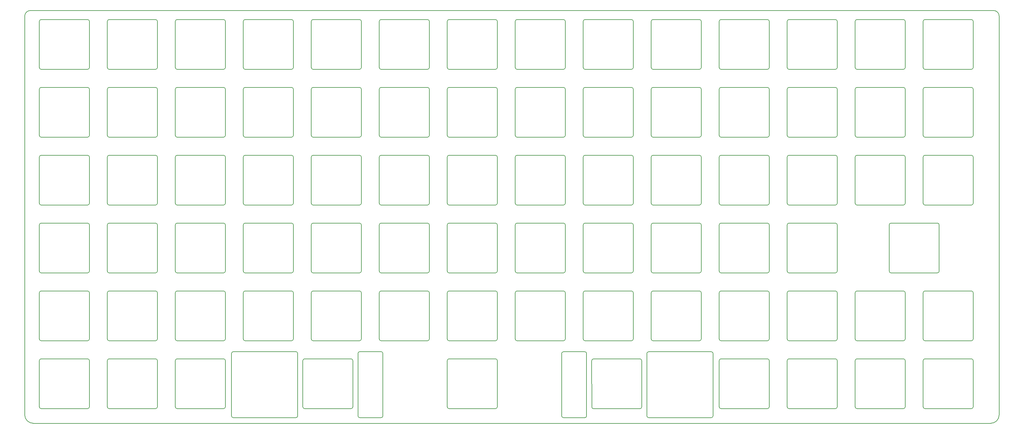
<source format=gbr>
G04 #@! TF.GenerationSoftware,KiCad,Pcbnew,5.1.9-73d0e3b20d~88~ubuntu18.04.1*
G04 #@! TF.CreationDate,2021-04-10T14:04:20-05:00*
G04 #@! TF.ProjectId,positron_plate,706f7369-7472-46f6-9e5f-706c6174652e,rev?*
G04 #@! TF.SameCoordinates,Original*
G04 #@! TF.FileFunction,Profile,NP*
%FSLAX46Y46*%
G04 Gerber Fmt 4.6, Leading zero omitted, Abs format (unit mm)*
G04 Created by KiCad (PCBNEW 5.1.9-73d0e3b20d~88~ubuntu18.04.1) date 2021-04-10 14:04:20*
%MOMM*%
%LPD*%
G01*
G04 APERTURE LIST*
G04 #@! TA.AperFunction,Profile*
%ADD10C,0.200000*%
G04 #@! TD*
G04 APERTURE END LIST*
D10*
X187965000Y-172117500D02*
G75*
G02*
X187465000Y-171617500I0J500000D01*
G01*
X187965000Y-172117500D02*
X200958750Y-172117500D01*
X187458750Y-158617500D02*
X187465000Y-171617500D01*
X202896750Y-156617500D02*
G75*
G02*
X203396750Y-156117500I500000J0D01*
G01*
X221456250Y-174125000D02*
X221456250Y-156617500D01*
X220956250Y-156117500D02*
X203396750Y-156117500D01*
X186020750Y-174125000D02*
X186020750Y-156617500D01*
X220956250Y-174625000D02*
X203396750Y-174625000D01*
X185520750Y-174625000D02*
X179520750Y-174625000D01*
X185520750Y-156117500D02*
X179520750Y-156117500D01*
X202896750Y-174125000D02*
X202896750Y-156617500D01*
X186020750Y-174125000D02*
G75*
G02*
X185520750Y-174625000I-500000J0D01*
G01*
X220956250Y-156117500D02*
G75*
G02*
X221456250Y-156617500I0J-500000D01*
G01*
X203396750Y-174625000D02*
G75*
G02*
X202896750Y-174125000I0J500000D01*
G01*
X179520750Y-174625000D02*
G75*
G02*
X179020750Y-174125000I0J500000D01*
G01*
X185520750Y-156117500D02*
G75*
G02*
X186020750Y-156617500I0J-500000D01*
G01*
X179020750Y-156617500D02*
G75*
G02*
X179520750Y-156117500I500000J0D01*
G01*
X179020750Y-174125000D02*
X179020750Y-156617500D01*
X221456250Y-174125000D02*
G75*
G02*
X220956250Y-174625000I-500000J0D01*
G01*
X121941750Y-156597500D02*
G75*
G02*
X122441750Y-156097500I500000J0D01*
G01*
X128941750Y-174125000D02*
X128941750Y-156597500D01*
X128441750Y-156097500D02*
X122441750Y-156097500D01*
X105065750Y-174125000D02*
X105065750Y-156597500D01*
X128441750Y-174625000D02*
X122441750Y-174625000D01*
X104565750Y-174625000D02*
X87018750Y-174625000D01*
X104565750Y-156097500D02*
X87018750Y-156097500D01*
X121941750Y-174125000D02*
X121941750Y-156597500D01*
X105065750Y-174125000D02*
G75*
G02*
X104565750Y-174625000I-500000J0D01*
G01*
X128441750Y-156097500D02*
G75*
G02*
X128941750Y-156597500I0J-500000D01*
G01*
X122441750Y-174625000D02*
G75*
G02*
X121941750Y-174125000I0J500000D01*
G01*
X87018750Y-174625000D02*
G75*
G02*
X86518750Y-174125000I0J500000D01*
G01*
X104565750Y-156097500D02*
G75*
G02*
X105065750Y-156597500I0J-500000D01*
G01*
X86518750Y-156597500D02*
G75*
G02*
X87018750Y-156097500I500000J0D01*
G01*
X86518750Y-174125000D02*
X86518750Y-156597500D01*
X128941750Y-174125000D02*
G75*
G02*
X128441750Y-174625000I-500000J0D01*
G01*
X300037500Y-60325000D02*
G75*
G02*
X301625000Y-61912500I0J-1587500D01*
G01*
X28575000Y-61912500D02*
G75*
G02*
X30162500Y-60325000I1587500J0D01*
G01*
X301625000Y-173831250D02*
G75*
G02*
X299243750Y-176212500I-2381250J0D01*
G01*
X30956250Y-176212500D02*
G75*
G02*
X28575000Y-173831250I0J2381250D01*
G01*
X270810000Y-120497500D02*
G75*
G02*
X271310000Y-119997500I500000J0D01*
G01*
X284810000Y-133497500D02*
G75*
G02*
X284310000Y-133997500I-500000J0D01*
G01*
X271310000Y-133997500D02*
G75*
G02*
X270810000Y-133497500I0J500000D01*
G01*
X270810000Y-120497500D02*
X270810000Y-133497500D01*
X284310000Y-119997500D02*
G75*
G02*
X284810000Y-120497500I0J-500000D01*
G01*
X284810000Y-120497500D02*
X284810000Y-133497500D01*
X271310000Y-119997500D02*
X284310000Y-119997500D01*
X271310000Y-133997500D02*
X284310000Y-133997500D01*
X46185000Y-158097500D02*
G75*
G02*
X46685000Y-158597500I0J-500000D01*
G01*
X280335000Y-158597500D02*
X280335000Y-171597500D01*
X65735000Y-171597500D02*
G75*
G02*
X65235000Y-172097500I-500000J0D01*
G01*
X107003750Y-172097500D02*
G75*
G02*
X106503750Y-171597500I0J500000D01*
G01*
X236685000Y-158097500D02*
G75*
G02*
X237185000Y-158597500I0J-500000D01*
G01*
X33185000Y-158097500D02*
X46185000Y-158097500D01*
X106503750Y-158597500D02*
G75*
G02*
X107003750Y-158097500I500000J0D01*
G01*
X293835000Y-158097500D02*
G75*
G02*
X294335000Y-158597500I0J-500000D01*
G01*
X32685000Y-158597500D02*
G75*
G02*
X33185000Y-158097500I500000J0D01*
G01*
X256235000Y-171597500D02*
G75*
G02*
X255735000Y-172097500I-500000J0D01*
G01*
X261785000Y-172097500D02*
G75*
G02*
X261285000Y-171597500I0J500000D01*
G01*
X223685000Y-172097500D02*
X236685000Y-172097500D01*
X237185000Y-171597500D02*
G75*
G02*
X236685000Y-172097500I-500000J0D01*
G01*
X280835000Y-172097500D02*
X293835000Y-172097500D01*
X200958750Y-158117500D02*
G75*
G02*
X201458750Y-158617500I0J-500000D01*
G01*
X294335000Y-158597500D02*
X294335000Y-171597500D01*
X201458750Y-158617500D02*
X201458750Y-171617500D01*
X120003750Y-158097500D02*
G75*
G02*
X120503750Y-158597500I0J-500000D01*
G01*
X242735000Y-158097500D02*
X255735000Y-158097500D01*
X275285000Y-171597500D02*
G75*
G02*
X274785000Y-172097500I-500000J0D01*
G01*
X147485000Y-172097500D02*
G75*
G02*
X146985000Y-171597500I0J500000D01*
G01*
X242235000Y-158597500D02*
X242235000Y-171597500D01*
X52235000Y-172097500D02*
G75*
G02*
X51735000Y-171597500I0J500000D01*
G01*
X242735000Y-172097500D02*
G75*
G02*
X242235000Y-171597500I0J500000D01*
G01*
X52235000Y-172097500D02*
X65235000Y-172097500D01*
X237185000Y-158597500D02*
X237185000Y-171597500D01*
X223185000Y-158597500D02*
G75*
G02*
X223685000Y-158097500I500000J0D01*
G01*
X51735000Y-158597500D02*
G75*
G02*
X52235000Y-158097500I500000J0D01*
G01*
X46685000Y-171597500D02*
G75*
G02*
X46185000Y-172097500I-500000J0D01*
G01*
X280335000Y-158597500D02*
G75*
G02*
X280835000Y-158097500I500000J0D01*
G01*
X33185000Y-172097500D02*
G75*
G02*
X32685000Y-171597500I0J500000D01*
G01*
X107003750Y-158097500D02*
X120003750Y-158097500D01*
X51735000Y-158597500D02*
X51735000Y-171597500D01*
X32685000Y-158597500D02*
X32685000Y-171597500D01*
X280835000Y-172097500D02*
G75*
G02*
X280335000Y-171597500I0J500000D01*
G01*
X46685000Y-158597500D02*
X46685000Y-171597500D01*
X84785000Y-171597500D02*
G75*
G02*
X84285000Y-172097500I-500000J0D01*
G01*
X242235000Y-158597500D02*
G75*
G02*
X242735000Y-158097500I500000J0D01*
G01*
X274785000Y-158097500D02*
G75*
G02*
X275285000Y-158597500I0J-500000D01*
G01*
X147485000Y-172097500D02*
X160485000Y-172097500D01*
X223685000Y-158097500D02*
X236685000Y-158097500D01*
X71285000Y-172097500D02*
G75*
G02*
X70785000Y-171597500I0J500000D01*
G01*
X120503750Y-171597500D02*
G75*
G02*
X120003750Y-172097500I-500000J0D01*
G01*
X187458750Y-158617500D02*
G75*
G02*
X187958750Y-158117500I500000J0D01*
G01*
X71285000Y-158097500D02*
X84285000Y-158097500D01*
X261785000Y-158097500D02*
X274785000Y-158097500D01*
X261785000Y-172097500D02*
X274785000Y-172097500D01*
X120503750Y-158597500D02*
X120503750Y-171597500D01*
X201458750Y-171617500D02*
G75*
G02*
X200958750Y-172117500I-500000J0D01*
G01*
X255735000Y-158097500D02*
G75*
G02*
X256235000Y-158597500I0J-500000D01*
G01*
X187958750Y-158117500D02*
X200958750Y-158117500D01*
X70785000Y-158597500D02*
X70785000Y-171597500D01*
X70785000Y-158597500D02*
G75*
G02*
X71285000Y-158097500I500000J0D01*
G01*
X84785000Y-158597500D02*
X84785000Y-171597500D01*
X261285000Y-158597500D02*
G75*
G02*
X261785000Y-158097500I500000J0D01*
G01*
X65735000Y-158597500D02*
X65735000Y-171597500D01*
X71285000Y-172097500D02*
X84285000Y-172097500D01*
X256235000Y-158597500D02*
X256235000Y-171597500D01*
X146985000Y-158597500D02*
G75*
G02*
X147485000Y-158097500I500000J0D01*
G01*
X294335000Y-171597500D02*
G75*
G02*
X293835000Y-172097500I-500000J0D01*
G01*
X261285000Y-158597500D02*
X261285000Y-171597500D01*
X223685000Y-172097500D02*
G75*
G02*
X223185000Y-171597500I0J500000D01*
G01*
X52235000Y-158097500D02*
X65235000Y-158097500D01*
X160485000Y-158097500D02*
G75*
G02*
X160985000Y-158597500I0J-500000D01*
G01*
X147485000Y-158097500D02*
X160485000Y-158097500D01*
X107003750Y-172097500D02*
X120003750Y-172097500D01*
X223185000Y-158597500D02*
X223185000Y-171597500D01*
X106503750Y-158597500D02*
X106503750Y-171597500D01*
X275285000Y-158597500D02*
X275285000Y-171597500D01*
X160985000Y-158597500D02*
X160985000Y-171597500D01*
X160985000Y-171597500D02*
G75*
G02*
X160485000Y-172097500I-500000J0D01*
G01*
X33185000Y-172097500D02*
X46185000Y-172097500D01*
X242735000Y-172097500D02*
X255735000Y-172097500D01*
X84285000Y-158097500D02*
G75*
G02*
X84785000Y-158597500I0J-500000D01*
G01*
X65235000Y-158097500D02*
G75*
G02*
X65735000Y-158597500I0J-500000D01*
G01*
X280835000Y-158097500D02*
X293835000Y-158097500D01*
X146985000Y-158597500D02*
X146985000Y-171597500D01*
X242735000Y-139047500D02*
X255735000Y-139047500D01*
X65735000Y-139547500D02*
X65735000Y-152547500D01*
X51735000Y-139547500D02*
X51735000Y-152547500D01*
X52235000Y-139047500D02*
X65235000Y-139047500D01*
X160985000Y-152547500D02*
G75*
G02*
X160485000Y-153047500I-500000J0D01*
G01*
X166535000Y-139047500D02*
X179535000Y-139047500D01*
X127935000Y-139547500D02*
X127935000Y-152547500D01*
X166535000Y-153047500D02*
X179535000Y-153047500D01*
X84785000Y-139547500D02*
X84785000Y-152547500D01*
X280835000Y-153047500D02*
X293835000Y-153047500D01*
X204135000Y-139547500D02*
X204135000Y-152547500D01*
X65235000Y-139047500D02*
G75*
G02*
X65735000Y-139547500I0J-500000D01*
G01*
X185585000Y-153047500D02*
X198585000Y-153047500D01*
X185085000Y-139547500D02*
G75*
G02*
X185585000Y-139047500I500000J0D01*
G01*
X275285000Y-139547500D02*
X275285000Y-152547500D01*
X108885000Y-139547500D02*
X108885000Y-152547500D01*
X109385000Y-139047500D02*
X122385000Y-139047500D01*
X141935000Y-152547500D02*
G75*
G02*
X141435000Y-153047500I-500000J0D01*
G01*
X255735000Y-139047500D02*
G75*
G02*
X256235000Y-139547500I0J-500000D01*
G01*
X261785000Y-139047500D02*
X274785000Y-139047500D01*
X180035000Y-139547500D02*
X180035000Y-152547500D01*
X71285000Y-153047500D02*
G75*
G02*
X70785000Y-152547500I0J500000D01*
G01*
X199085000Y-139547500D02*
X199085000Y-152547500D01*
X90335000Y-153047500D02*
X103335000Y-153047500D01*
X261285000Y-139547500D02*
X261285000Y-152547500D01*
X160485000Y-139047500D02*
G75*
G02*
X160985000Y-139547500I0J-500000D01*
G01*
X70785000Y-139547500D02*
G75*
G02*
X71285000Y-139047500I500000J0D01*
G01*
X242235000Y-139547500D02*
X242235000Y-152547500D01*
X199085000Y-152547500D02*
G75*
G02*
X198585000Y-153047500I-500000J0D01*
G01*
X274785000Y-139047500D02*
G75*
G02*
X275285000Y-139547500I0J-500000D01*
G01*
X242235000Y-139547500D02*
G75*
G02*
X242735000Y-139047500I500000J0D01*
G01*
X52235000Y-153047500D02*
G75*
G02*
X51735000Y-152547500I0J500000D01*
G01*
X32685000Y-139547500D02*
X32685000Y-152547500D01*
X185085000Y-139547500D02*
X185085000Y-152547500D01*
X108885000Y-139547500D02*
G75*
G02*
X109385000Y-139047500I500000J0D01*
G01*
X204135000Y-139547500D02*
G75*
G02*
X204635000Y-139047500I500000J0D01*
G01*
X242735000Y-153047500D02*
X255735000Y-153047500D01*
X261785000Y-153047500D02*
X274785000Y-153047500D01*
X84785000Y-152547500D02*
G75*
G02*
X84285000Y-153047500I-500000J0D01*
G01*
X127935000Y-139547500D02*
G75*
G02*
X128435000Y-139047500I500000J0D01*
G01*
X33185000Y-153047500D02*
G75*
G02*
X32685000Y-152547500I0J500000D01*
G01*
X223185000Y-139547500D02*
X223185000Y-152547500D01*
X103835000Y-139547500D02*
X103835000Y-152547500D01*
X90335000Y-139047500D02*
X103335000Y-139047500D01*
X185585000Y-139047500D02*
X198585000Y-139047500D01*
X109385000Y-153047500D02*
X122385000Y-153047500D01*
X146985000Y-139547500D02*
G75*
G02*
X147485000Y-139047500I500000J0D01*
G01*
X166035000Y-139547500D02*
G75*
G02*
X166535000Y-139047500I500000J0D01*
G01*
X180035000Y-152547500D02*
G75*
G02*
X179535000Y-153047500I-500000J0D01*
G01*
X122885000Y-152547500D02*
G75*
G02*
X122385000Y-153047500I-500000J0D01*
G01*
X218135000Y-139547500D02*
X218135000Y-152547500D01*
X122385000Y-139047500D02*
G75*
G02*
X122885000Y-139547500I0J-500000D01*
G01*
X128435000Y-153047500D02*
G75*
G02*
X127935000Y-152547500I0J500000D01*
G01*
X147485000Y-153047500D02*
G75*
G02*
X146985000Y-152547500I0J500000D01*
G01*
X204635000Y-139047500D02*
X217635000Y-139047500D01*
X52235000Y-153047500D02*
X65235000Y-153047500D01*
X103335000Y-139047500D02*
G75*
G02*
X103835000Y-139547500I0J-500000D01*
G01*
X90335000Y-153047500D02*
G75*
G02*
X89835000Y-152547500I0J500000D01*
G01*
X223685000Y-153047500D02*
G75*
G02*
X223185000Y-152547500I0J500000D01*
G01*
X65735000Y-152547500D02*
G75*
G02*
X65235000Y-153047500I-500000J0D01*
G01*
X46685000Y-139547500D02*
X46685000Y-152547500D01*
X275285000Y-152547500D02*
G75*
G02*
X274785000Y-153047500I-500000J0D01*
G01*
X103835000Y-152547500D02*
G75*
G02*
X103335000Y-153047500I-500000J0D01*
G01*
X237185000Y-152547500D02*
G75*
G02*
X236685000Y-153047500I-500000J0D01*
G01*
X51735000Y-139547500D02*
G75*
G02*
X52235000Y-139047500I500000J0D01*
G01*
X261785000Y-153047500D02*
G75*
G02*
X261285000Y-152547500I0J500000D01*
G01*
X280835000Y-153047500D02*
G75*
G02*
X280335000Y-152547500I0J500000D01*
G01*
X223685000Y-153047500D02*
X236685000Y-153047500D01*
X198585000Y-139047500D02*
G75*
G02*
X199085000Y-139547500I0J-500000D01*
G01*
X218135000Y-152547500D02*
G75*
G02*
X217635000Y-153047500I-500000J0D01*
G01*
X32685000Y-139547500D02*
G75*
G02*
X33185000Y-139047500I500000J0D01*
G01*
X242735000Y-153047500D02*
G75*
G02*
X242235000Y-152547500I0J500000D01*
G01*
X280335000Y-139547500D02*
G75*
G02*
X280835000Y-139047500I500000J0D01*
G01*
X109385000Y-153047500D02*
G75*
G02*
X108885000Y-152547500I0J500000D01*
G01*
X89835000Y-139547500D02*
G75*
G02*
X90335000Y-139047500I500000J0D01*
G01*
X204635000Y-153047500D02*
G75*
G02*
X204135000Y-152547500I0J500000D01*
G01*
X33185000Y-153047500D02*
X46185000Y-153047500D01*
X128435000Y-139047500D02*
X141435000Y-139047500D01*
X223685000Y-139047500D02*
X236685000Y-139047500D01*
X280835000Y-139047500D02*
X293835000Y-139047500D01*
X70785000Y-139547500D02*
X70785000Y-152547500D01*
X122885000Y-139547500D02*
X122885000Y-152547500D01*
X84285000Y-139047500D02*
G75*
G02*
X84785000Y-139547500I0J-500000D01*
G01*
X147485000Y-153047500D02*
X160485000Y-153047500D01*
X280335000Y-139547500D02*
X280335000Y-152547500D01*
X147485000Y-139047500D02*
X160485000Y-139047500D01*
X141435000Y-139047500D02*
G75*
G02*
X141935000Y-139547500I0J-500000D01*
G01*
X256235000Y-152547500D02*
G75*
G02*
X255735000Y-153047500I-500000J0D01*
G01*
X166535000Y-153047500D02*
G75*
G02*
X166035000Y-152547500I0J500000D01*
G01*
X217635000Y-139047500D02*
G75*
G02*
X218135000Y-139547500I0J-500000D01*
G01*
X46185000Y-139047500D02*
G75*
G02*
X46685000Y-139547500I0J-500000D01*
G01*
X71285000Y-153047500D02*
X84285000Y-153047500D01*
X237185000Y-139547500D02*
X237185000Y-152547500D01*
X204635000Y-153047500D02*
X217635000Y-153047500D01*
X294335000Y-152547500D02*
G75*
G02*
X293835000Y-153047500I-500000J0D01*
G01*
X46685000Y-152547500D02*
G75*
G02*
X46185000Y-153047500I-500000J0D01*
G01*
X128435000Y-153047500D02*
X141435000Y-153047500D01*
X256235000Y-139547500D02*
X256235000Y-152547500D01*
X236685000Y-139047500D02*
G75*
G02*
X237185000Y-139547500I0J-500000D01*
G01*
X294335000Y-139547500D02*
X294335000Y-152547500D01*
X89835000Y-139547500D02*
X89835000Y-152547500D01*
X223185000Y-139547500D02*
G75*
G02*
X223685000Y-139047500I500000J0D01*
G01*
X261285000Y-139547500D02*
G75*
G02*
X261785000Y-139047500I500000J0D01*
G01*
X166035000Y-139547500D02*
X166035000Y-152547500D01*
X141935000Y-139547500D02*
X141935000Y-152547500D01*
X293835000Y-139047500D02*
G75*
G02*
X294335000Y-139547500I0J-500000D01*
G01*
X33185000Y-139047500D02*
X46185000Y-139047500D01*
X146985000Y-139547500D02*
X146985000Y-152547500D01*
X179535000Y-139047500D02*
G75*
G02*
X180035000Y-139547500I0J-500000D01*
G01*
X185585000Y-153047500D02*
G75*
G02*
X185085000Y-152547500I0J500000D01*
G01*
X160985000Y-139547500D02*
X160985000Y-152547500D01*
X71285000Y-139047500D02*
X84285000Y-139047500D01*
X166535000Y-133997500D02*
G75*
G02*
X166035000Y-133497500I0J500000D01*
G01*
X52235000Y-119997500D02*
X65235000Y-119997500D01*
X46685000Y-120497500D02*
X46685000Y-133497500D01*
X204635000Y-133997500D02*
X217635000Y-133997500D01*
X46685000Y-133497500D02*
G75*
G02*
X46185000Y-133997500I-500000J0D01*
G01*
X71285000Y-133997500D02*
X84285000Y-133997500D01*
X84285000Y-119997500D02*
G75*
G02*
X84785000Y-120497500I0J-500000D01*
G01*
X147485000Y-119997500D02*
X160485000Y-119997500D01*
X223685000Y-119997500D02*
X236685000Y-119997500D01*
X65735000Y-133497500D02*
G75*
G02*
X65235000Y-133997500I-500000J0D01*
G01*
X46185000Y-119997500D02*
G75*
G02*
X46685000Y-120497500I0J-500000D01*
G01*
X237185000Y-120497500D02*
X237185000Y-133497500D01*
X217635000Y-119997500D02*
G75*
G02*
X218135000Y-120497500I0J-500000D01*
G01*
X51735000Y-120497500D02*
G75*
G02*
X52235000Y-119997500I500000J0D01*
G01*
X89835000Y-120497500D02*
G75*
G02*
X90335000Y-119997500I500000J0D01*
G01*
X33185000Y-133997500D02*
X46185000Y-133997500D01*
X141435000Y-119997500D02*
G75*
G02*
X141935000Y-120497500I0J-500000D01*
G01*
X256235000Y-133497500D02*
G75*
G02*
X255735000Y-133997500I-500000J0D01*
G01*
X218135000Y-133497500D02*
G75*
G02*
X217635000Y-133997500I-500000J0D01*
G01*
X223685000Y-133997500D02*
G75*
G02*
X223185000Y-133497500I0J500000D01*
G01*
X147485000Y-133997500D02*
G75*
G02*
X146985000Y-133497500I0J500000D01*
G01*
X103835000Y-120497500D02*
X103835000Y-133497500D01*
X128435000Y-119997500D02*
X141435000Y-119997500D01*
X32685000Y-120497500D02*
G75*
G02*
X33185000Y-119997500I500000J0D01*
G01*
X180035000Y-133497500D02*
G75*
G02*
X179535000Y-133997500I-500000J0D01*
G01*
X128435000Y-133997500D02*
G75*
G02*
X127935000Y-133497500I0J500000D01*
G01*
X242735000Y-133997500D02*
G75*
G02*
X242235000Y-133497500I0J500000D01*
G01*
X237185000Y-133497500D02*
G75*
G02*
X236685000Y-133997500I-500000J0D01*
G01*
X70785000Y-120497500D02*
X70785000Y-133497500D01*
X122885000Y-120497500D02*
X122885000Y-133497500D01*
X147485000Y-133997500D02*
X160485000Y-133997500D01*
X204635000Y-133997500D02*
G75*
G02*
X204135000Y-133497500I0J500000D01*
G01*
X218135000Y-120497500D02*
X218135000Y-133497500D01*
X185585000Y-119997500D02*
X198585000Y-119997500D01*
X223185000Y-120497500D02*
X223185000Y-133497500D01*
X223685000Y-133997500D02*
X236685000Y-133997500D01*
X109385000Y-133997500D02*
G75*
G02*
X108885000Y-133497500I0J500000D01*
G01*
X242735000Y-119997500D02*
X255735000Y-119997500D01*
X33185000Y-133997500D02*
G75*
G02*
X32685000Y-133497500I0J500000D01*
G01*
X122885000Y-133497500D02*
G75*
G02*
X122385000Y-133997500I-500000J0D01*
G01*
X90335000Y-133997500D02*
G75*
G02*
X89835000Y-133497500I0J500000D01*
G01*
X90335000Y-119997500D02*
X103335000Y-119997500D01*
X103835000Y-133497500D02*
G75*
G02*
X103335000Y-133997500I-500000J0D01*
G01*
X103335000Y-119997500D02*
G75*
G02*
X103835000Y-120497500I0J-500000D01*
G01*
X198585000Y-119997500D02*
G75*
G02*
X199085000Y-120497500I0J-500000D01*
G01*
X166035000Y-120497500D02*
G75*
G02*
X166535000Y-119997500I500000J0D01*
G01*
X109385000Y-133997500D02*
X122385000Y-133997500D01*
X127935000Y-120497500D02*
G75*
G02*
X128435000Y-119997500I500000J0D01*
G01*
X204635000Y-119997500D02*
X217635000Y-119997500D01*
X52235000Y-133997500D02*
X65235000Y-133997500D01*
X122385000Y-119997500D02*
G75*
G02*
X122885000Y-120497500I0J-500000D01*
G01*
X51735000Y-120497500D02*
X51735000Y-133497500D01*
X146985000Y-120497500D02*
G75*
G02*
X147485000Y-119997500I500000J0D01*
G01*
X90335000Y-133997500D02*
X103335000Y-133997500D01*
X108885000Y-120497500D02*
X108885000Y-133497500D01*
X242235000Y-120497500D02*
X242235000Y-133497500D01*
X166035000Y-120497500D02*
X166035000Y-133497500D01*
X108885000Y-120497500D02*
G75*
G02*
X109385000Y-119997500I500000J0D01*
G01*
X160985000Y-120497500D02*
X160985000Y-133497500D01*
X84785000Y-120497500D02*
X84785000Y-133497500D01*
X65235000Y-119997500D02*
G75*
G02*
X65735000Y-120497500I0J-500000D01*
G01*
X33185000Y-119997500D02*
X46185000Y-119997500D01*
X255735000Y-119997500D02*
G75*
G02*
X256235000Y-120497500I0J-500000D01*
G01*
X242735000Y-133997500D02*
X255735000Y-133997500D01*
X71285000Y-133997500D02*
G75*
G02*
X70785000Y-133497500I0J500000D01*
G01*
X180035000Y-120497500D02*
X180035000Y-133497500D01*
X256235000Y-120497500D02*
X256235000Y-133497500D01*
X141935000Y-120497500D02*
X141935000Y-133497500D01*
X204135000Y-120497500D02*
G75*
G02*
X204635000Y-119997500I500000J0D01*
G01*
X89835000Y-120497500D02*
X89835000Y-133497500D01*
X199085000Y-120497500D02*
X199085000Y-133497500D01*
X166535000Y-133997500D02*
X179535000Y-133997500D01*
X146985000Y-120497500D02*
X146985000Y-133497500D01*
X185085000Y-120497500D02*
G75*
G02*
X185585000Y-119997500I500000J0D01*
G01*
X141935000Y-133497500D02*
G75*
G02*
X141435000Y-133997500I-500000J0D01*
G01*
X32685000Y-120497500D02*
X32685000Y-133497500D01*
X109385000Y-119997500D02*
X122385000Y-119997500D01*
X84785000Y-133497500D02*
G75*
G02*
X84285000Y-133997500I-500000J0D01*
G01*
X160485000Y-119997500D02*
G75*
G02*
X160985000Y-120497500I0J-500000D01*
G01*
X179535000Y-119997500D02*
G75*
G02*
X180035000Y-120497500I0J-500000D01*
G01*
X70785000Y-120497500D02*
G75*
G02*
X71285000Y-119997500I500000J0D01*
G01*
X52235000Y-133997500D02*
G75*
G02*
X51735000Y-133497500I0J500000D01*
G01*
X71285000Y-119997500D02*
X84285000Y-119997500D01*
X242235000Y-120497500D02*
G75*
G02*
X242735000Y-119997500I500000J0D01*
G01*
X128435000Y-133997500D02*
X141435000Y-133997500D01*
X223185000Y-120497500D02*
G75*
G02*
X223685000Y-119997500I500000J0D01*
G01*
X185085000Y-120497500D02*
X185085000Y-133497500D01*
X160985000Y-133497500D02*
G75*
G02*
X160485000Y-133997500I-500000J0D01*
G01*
X127935000Y-120497500D02*
X127935000Y-133497500D01*
X185585000Y-133997500D02*
X198585000Y-133997500D01*
X166535000Y-119997500D02*
X179535000Y-119997500D01*
X65735000Y-120497500D02*
X65735000Y-133497500D01*
X185585000Y-133997500D02*
G75*
G02*
X185085000Y-133497500I0J500000D01*
G01*
X199085000Y-133497500D02*
G75*
G02*
X198585000Y-133997500I-500000J0D01*
G01*
X204135000Y-120497500D02*
X204135000Y-133497500D01*
X236685000Y-119997500D02*
G75*
G02*
X237185000Y-120497500I0J-500000D01*
G01*
X65235000Y-100947500D02*
G75*
G02*
X65735000Y-101447500I0J-500000D01*
G01*
X84785000Y-101447500D02*
X84785000Y-114447500D01*
X242735000Y-114947500D02*
X255735000Y-114947500D01*
X199085000Y-101447500D02*
X199085000Y-114447500D01*
X280835000Y-114947500D02*
X293835000Y-114947500D01*
X160985000Y-101447500D02*
X160985000Y-114447500D01*
X160485000Y-100947500D02*
G75*
G02*
X160985000Y-101447500I0J-500000D01*
G01*
X84785000Y-114447500D02*
G75*
G02*
X84285000Y-114947500I-500000J0D01*
G01*
X109385000Y-100947500D02*
X122385000Y-100947500D01*
X32685000Y-101447500D02*
X32685000Y-114447500D01*
X89835000Y-101447500D02*
X89835000Y-114447500D01*
X274785000Y-100947500D02*
G75*
G02*
X275285000Y-101447500I0J-500000D01*
G01*
X204135000Y-101447500D02*
G75*
G02*
X204635000Y-100947500I500000J0D01*
G01*
X141935000Y-101447500D02*
X141935000Y-114447500D01*
X256235000Y-101447500D02*
X256235000Y-114447500D01*
X180035000Y-101447500D02*
X180035000Y-114447500D01*
X71285000Y-114947500D02*
G75*
G02*
X70785000Y-114447500I0J500000D01*
G01*
X127935000Y-101447500D02*
X127935000Y-114447500D01*
X146985000Y-101447500D02*
X146985000Y-114447500D01*
X166535000Y-114947500D02*
X179535000Y-114947500D01*
X108885000Y-101447500D02*
X108885000Y-114447500D01*
X275285000Y-101447500D02*
X275285000Y-114447500D01*
X71285000Y-100947500D02*
X84285000Y-100947500D01*
X223685000Y-114947500D02*
G75*
G02*
X223185000Y-114447500I0J500000D01*
G01*
X90335000Y-114947500D02*
X103335000Y-114947500D01*
X147485000Y-114947500D02*
G75*
G02*
X146985000Y-114447500I0J500000D01*
G01*
X256235000Y-114447500D02*
G75*
G02*
X255735000Y-114947500I-500000J0D01*
G01*
X280335000Y-101447500D02*
X280335000Y-114447500D01*
X218135000Y-114447500D02*
G75*
G02*
X217635000Y-114947500I-500000J0D01*
G01*
X46185000Y-100947500D02*
G75*
G02*
X46685000Y-101447500I0J-500000D01*
G01*
X71285000Y-114947500D02*
X84285000Y-114947500D01*
X33185000Y-114947500D02*
X46185000Y-114947500D01*
X147485000Y-100947500D02*
X160485000Y-100947500D01*
X46685000Y-114447500D02*
G75*
G02*
X46185000Y-114947500I-500000J0D01*
G01*
X160985000Y-114447500D02*
G75*
G02*
X160485000Y-114947500I-500000J0D01*
G01*
X166535000Y-100947500D02*
X179535000Y-100947500D01*
X128435000Y-100947500D02*
X141435000Y-100947500D01*
X199085000Y-114447500D02*
G75*
G02*
X198585000Y-114947500I-500000J0D01*
G01*
X52235000Y-114947500D02*
X65235000Y-114947500D01*
X261285000Y-101447500D02*
G75*
G02*
X261785000Y-100947500I500000J0D01*
G01*
X84285000Y-100947500D02*
G75*
G02*
X84785000Y-101447500I0J-500000D01*
G01*
X52235000Y-114947500D02*
G75*
G02*
X51735000Y-114447500I0J500000D01*
G01*
X46685000Y-101447500D02*
X46685000Y-114447500D01*
X204635000Y-114947500D02*
X217635000Y-114947500D01*
X122385000Y-100947500D02*
G75*
G02*
X122885000Y-101447500I0J-500000D01*
G01*
X65735000Y-114447500D02*
G75*
G02*
X65235000Y-114947500I-500000J0D01*
G01*
X51735000Y-101447500D02*
X51735000Y-114447500D01*
X166535000Y-114947500D02*
G75*
G02*
X166035000Y-114447500I0J500000D01*
G01*
X128435000Y-114947500D02*
X141435000Y-114947500D01*
X141935000Y-114447500D02*
G75*
G02*
X141435000Y-114947500I-500000J0D01*
G01*
X242235000Y-101447500D02*
G75*
G02*
X242735000Y-100947500I500000J0D01*
G01*
X275285000Y-114447500D02*
G75*
G02*
X274785000Y-114947500I-500000J0D01*
G01*
X109385000Y-114947500D02*
G75*
G02*
X108885000Y-114447500I0J500000D01*
G01*
X261785000Y-114947500D02*
X274785000Y-114947500D01*
X109385000Y-114947500D02*
X122385000Y-114947500D01*
X198585000Y-100947500D02*
G75*
G02*
X199085000Y-101447500I0J-500000D01*
G01*
X103835000Y-101447500D02*
X103835000Y-114447500D01*
X90335000Y-114947500D02*
G75*
G02*
X89835000Y-114447500I0J500000D01*
G01*
X237185000Y-101447500D02*
X237185000Y-114447500D01*
X294335000Y-114447500D02*
G75*
G02*
X293835000Y-114947500I-500000J0D01*
G01*
X70785000Y-101447500D02*
G75*
G02*
X71285000Y-100947500I500000J0D01*
G01*
X223685000Y-100947500D02*
X236685000Y-100947500D01*
X90335000Y-100947500D02*
X103335000Y-100947500D01*
X52235000Y-100947500D02*
X65235000Y-100947500D01*
X185585000Y-114947500D02*
X198585000Y-114947500D01*
X185585000Y-114947500D02*
G75*
G02*
X185085000Y-114447500I0J500000D01*
G01*
X280835000Y-114947500D02*
G75*
G02*
X280335000Y-114447500I0J500000D01*
G01*
X294335000Y-101447500D02*
X294335000Y-114447500D01*
X280335000Y-101447500D02*
G75*
G02*
X280835000Y-100947500I500000J0D01*
G01*
X89835000Y-101447500D02*
G75*
G02*
X90335000Y-100947500I500000J0D01*
G01*
X65735000Y-101447500D02*
X65735000Y-114447500D01*
X223185000Y-101447500D02*
X223185000Y-114447500D01*
X242735000Y-100947500D02*
X255735000Y-100947500D01*
X122885000Y-101447500D02*
X122885000Y-114447500D01*
X103335000Y-100947500D02*
G75*
G02*
X103835000Y-101447500I0J-500000D01*
G01*
X166035000Y-101447500D02*
G75*
G02*
X166535000Y-100947500I500000J0D01*
G01*
X103835000Y-114447500D02*
G75*
G02*
X103335000Y-114947500I-500000J0D01*
G01*
X255735000Y-100947500D02*
G75*
G02*
X256235000Y-101447500I0J-500000D01*
G01*
X223685000Y-114947500D02*
X236685000Y-114947500D01*
X223185000Y-101447500D02*
G75*
G02*
X223685000Y-100947500I500000J0D01*
G01*
X33185000Y-100947500D02*
X46185000Y-100947500D01*
X32685000Y-101447500D02*
G75*
G02*
X33185000Y-100947500I500000J0D01*
G01*
X293835000Y-100947500D02*
G75*
G02*
X294335000Y-101447500I0J-500000D01*
G01*
X127935000Y-101447500D02*
G75*
G02*
X128435000Y-100947500I500000J0D01*
G01*
X180035000Y-114447500D02*
G75*
G02*
X179535000Y-114947500I-500000J0D01*
G01*
X261785000Y-114947500D02*
G75*
G02*
X261285000Y-114447500I0J500000D01*
G01*
X217635000Y-100947500D02*
G75*
G02*
X218135000Y-101447500I0J-500000D01*
G01*
X33185000Y-114947500D02*
G75*
G02*
X32685000Y-114447500I0J500000D01*
G01*
X70785000Y-101447500D02*
X70785000Y-114447500D01*
X242235000Y-101447500D02*
X242235000Y-114447500D01*
X204635000Y-114947500D02*
G75*
G02*
X204135000Y-114447500I0J500000D01*
G01*
X218135000Y-101447500D02*
X218135000Y-114447500D01*
X128435000Y-114947500D02*
G75*
G02*
X127935000Y-114447500I0J500000D01*
G01*
X185585000Y-100947500D02*
X198585000Y-100947500D01*
X147485000Y-114947500D02*
X160485000Y-114947500D01*
X108885000Y-101447500D02*
G75*
G02*
X109385000Y-100947500I500000J0D01*
G01*
X146985000Y-101447500D02*
G75*
G02*
X147485000Y-100947500I500000J0D01*
G01*
X280835000Y-100947500D02*
X293835000Y-100947500D01*
X204635000Y-100947500D02*
X217635000Y-100947500D01*
X141435000Y-100947500D02*
G75*
G02*
X141935000Y-101447500I0J-500000D01*
G01*
X122885000Y-114447500D02*
G75*
G02*
X122385000Y-114947500I-500000J0D01*
G01*
X51735000Y-101447500D02*
G75*
G02*
X52235000Y-100947500I500000J0D01*
G01*
X185085000Y-101447500D02*
X185085000Y-114447500D01*
X242735000Y-114947500D02*
G75*
G02*
X242235000Y-114447500I0J500000D01*
G01*
X261785000Y-100947500D02*
X274785000Y-100947500D01*
X261285000Y-101447500D02*
X261285000Y-114447500D01*
X237185000Y-114447500D02*
G75*
G02*
X236685000Y-114947500I-500000J0D01*
G01*
X179535000Y-100947500D02*
G75*
G02*
X180035000Y-101447500I0J-500000D01*
G01*
X236685000Y-100947500D02*
G75*
G02*
X237185000Y-101447500I0J-500000D01*
G01*
X185085000Y-101447500D02*
G75*
G02*
X185585000Y-100947500I500000J0D01*
G01*
X204135000Y-101447500D02*
X204135000Y-114447500D01*
X166035000Y-101447500D02*
X166035000Y-114447500D01*
X32685000Y-82397500D02*
G75*
G02*
X33185000Y-81897500I500000J0D01*
G01*
X46685000Y-95397500D02*
G75*
G02*
X46185000Y-95897500I-500000J0D01*
G01*
X33185000Y-81897500D02*
X46185000Y-81897500D01*
X166535000Y-95897500D02*
G75*
G02*
X166035000Y-95397500I0J500000D01*
G01*
X160985000Y-95397500D02*
G75*
G02*
X160485000Y-95897500I-500000J0D01*
G01*
X261285000Y-82397500D02*
X261285000Y-95397500D01*
X146985000Y-82397500D02*
G75*
G02*
X147485000Y-81897500I500000J0D01*
G01*
X146985000Y-82397500D02*
X146985000Y-95397500D01*
X280835000Y-95897500D02*
G75*
G02*
X280335000Y-95397500I0J500000D01*
G01*
X185585000Y-95897500D02*
G75*
G02*
X185085000Y-95397500I0J500000D01*
G01*
X185085000Y-82397500D02*
X185085000Y-95397500D01*
X185585000Y-81897500D02*
X198585000Y-81897500D01*
X185085000Y-82397500D02*
G75*
G02*
X185585000Y-81897500I500000J0D01*
G01*
X46185000Y-81897500D02*
G75*
G02*
X46685000Y-82397500I0J-500000D01*
G01*
X185585000Y-95897500D02*
X198585000Y-95897500D01*
X204135000Y-82397500D02*
G75*
G02*
X204635000Y-81897500I500000J0D01*
G01*
X103835000Y-95397500D02*
G75*
G02*
X103335000Y-95897500I-500000J0D01*
G01*
X199085000Y-82397500D02*
X199085000Y-95397500D01*
X218135000Y-82397500D02*
X218135000Y-95397500D01*
X204635000Y-95897500D02*
G75*
G02*
X204135000Y-95397500I0J500000D01*
G01*
X141935000Y-95397500D02*
G75*
G02*
X141435000Y-95897500I-500000J0D01*
G01*
X204635000Y-95897500D02*
X217635000Y-95897500D01*
X280835000Y-81897500D02*
X293835000Y-81897500D01*
X32685000Y-82397500D02*
X32685000Y-95397500D01*
X280335000Y-82397500D02*
X280335000Y-95397500D01*
X223685000Y-81897500D02*
X236685000Y-81897500D01*
X242235000Y-82397500D02*
G75*
G02*
X242735000Y-81897500I500000J0D01*
G01*
X242235000Y-82397500D02*
X242235000Y-95397500D01*
X274785000Y-81897500D02*
G75*
G02*
X275285000Y-82397500I0J-500000D01*
G01*
X223685000Y-95897500D02*
G75*
G02*
X223185000Y-95397500I0J500000D01*
G01*
X166035000Y-82397500D02*
X166035000Y-95397500D01*
X280335000Y-82397500D02*
G75*
G02*
X280835000Y-81897500I500000J0D01*
G01*
X46685000Y-82397500D02*
X46685000Y-95397500D01*
X52235000Y-81897500D02*
X65235000Y-81897500D01*
X65235000Y-81897500D02*
G75*
G02*
X65735000Y-82397500I0J-500000D01*
G01*
X51735000Y-82397500D02*
X51735000Y-95397500D01*
X65735000Y-82397500D02*
X65735000Y-95397500D01*
X52235000Y-95897500D02*
X65235000Y-95897500D01*
X52235000Y-95897500D02*
G75*
G02*
X51735000Y-95397500I0J500000D01*
G01*
X128435000Y-81897500D02*
X141435000Y-81897500D01*
X51735000Y-82397500D02*
G75*
G02*
X52235000Y-81897500I500000J0D01*
G01*
X84285000Y-81897500D02*
G75*
G02*
X84785000Y-82397500I0J-500000D01*
G01*
X70785000Y-82397500D02*
X70785000Y-95397500D01*
X84785000Y-82397500D02*
X84785000Y-95397500D01*
X71285000Y-95897500D02*
X84285000Y-95897500D01*
X71285000Y-95897500D02*
G75*
G02*
X70785000Y-95397500I0J500000D01*
G01*
X70785000Y-82397500D02*
G75*
G02*
X71285000Y-81897500I500000J0D01*
G01*
X84785000Y-95397500D02*
G75*
G02*
X84285000Y-95897500I-500000J0D01*
G01*
X122885000Y-82397500D02*
X122885000Y-95397500D01*
X71285000Y-81897500D02*
X84285000Y-81897500D01*
X89835000Y-82397500D02*
X89835000Y-95397500D01*
X103835000Y-82397500D02*
X103835000Y-95397500D01*
X90335000Y-95897500D02*
X103335000Y-95897500D01*
X90335000Y-95897500D02*
G75*
G02*
X89835000Y-95397500I0J500000D01*
G01*
X218135000Y-95397500D02*
G75*
G02*
X217635000Y-95897500I-500000J0D01*
G01*
X275285000Y-82397500D02*
X275285000Y-95397500D01*
X128435000Y-95897500D02*
X141435000Y-95897500D01*
X180035000Y-82397500D02*
X180035000Y-95397500D01*
X127935000Y-82397500D02*
X127935000Y-95397500D01*
X90335000Y-81897500D02*
X103335000Y-81897500D01*
X261285000Y-82397500D02*
G75*
G02*
X261785000Y-81897500I500000J0D01*
G01*
X223685000Y-95897500D02*
X236685000Y-95897500D01*
X223185000Y-82397500D02*
G75*
G02*
X223685000Y-81897500I500000J0D01*
G01*
X103335000Y-81897500D02*
G75*
G02*
X103835000Y-82397500I0J-500000D01*
G01*
X280835000Y-95897500D02*
X293835000Y-95897500D01*
X256235000Y-95397500D02*
G75*
G02*
X255735000Y-95897500I-500000J0D01*
G01*
X256235000Y-82397500D02*
X256235000Y-95397500D01*
X275285000Y-95397500D02*
G75*
G02*
X274785000Y-95897500I-500000J0D01*
G01*
X204635000Y-81897500D02*
X217635000Y-81897500D01*
X109385000Y-81897500D02*
X122385000Y-81897500D01*
X237185000Y-95397500D02*
G75*
G02*
X236685000Y-95897500I-500000J0D01*
G01*
X261785000Y-81897500D02*
X274785000Y-81897500D01*
X108885000Y-82397500D02*
G75*
G02*
X109385000Y-81897500I500000J0D01*
G01*
X127935000Y-82397500D02*
G75*
G02*
X128435000Y-81897500I500000J0D01*
G01*
X141435000Y-81897500D02*
G75*
G02*
X141935000Y-82397500I0J-500000D01*
G01*
X147485000Y-81897500D02*
X160485000Y-81897500D01*
X166535000Y-81897500D02*
X179535000Y-81897500D01*
X261785000Y-95897500D02*
G75*
G02*
X261285000Y-95397500I0J500000D01*
G01*
X160485000Y-81897500D02*
G75*
G02*
X160985000Y-82397500I0J-500000D01*
G01*
X179535000Y-81897500D02*
G75*
G02*
X180035000Y-82397500I0J-500000D01*
G01*
X242735000Y-95897500D02*
X255735000Y-95897500D01*
X89835000Y-82397500D02*
G75*
G02*
X90335000Y-81897500I500000J0D01*
G01*
X109385000Y-95897500D02*
G75*
G02*
X108885000Y-95397500I0J500000D01*
G01*
X166535000Y-95897500D02*
X179535000Y-95897500D01*
X242735000Y-95897500D02*
G75*
G02*
X242235000Y-95397500I0J500000D01*
G01*
X122885000Y-95397500D02*
G75*
G02*
X122385000Y-95897500I-500000J0D01*
G01*
X199085000Y-95397500D02*
G75*
G02*
X198585000Y-95897500I-500000J0D01*
G01*
X242735000Y-81897500D02*
X255735000Y-81897500D01*
X122385000Y-81897500D02*
G75*
G02*
X122885000Y-82397500I0J-500000D01*
G01*
X147485000Y-95897500D02*
G75*
G02*
X146985000Y-95397500I0J500000D01*
G01*
X147485000Y-95897500D02*
X160485000Y-95897500D01*
X108885000Y-82397500D02*
X108885000Y-95397500D01*
X294335000Y-95397500D02*
G75*
G02*
X293835000Y-95897500I-500000J0D01*
G01*
X128435000Y-95897500D02*
G75*
G02*
X127935000Y-95397500I0J500000D01*
G01*
X65735000Y-95397500D02*
G75*
G02*
X65235000Y-95897500I-500000J0D01*
G01*
X141935000Y-82397500D02*
X141935000Y-95397500D01*
X261785000Y-95897500D02*
X274785000Y-95897500D01*
X109385000Y-95897500D02*
X122385000Y-95897500D01*
X33185000Y-95897500D02*
X46185000Y-95897500D01*
X198585000Y-81897500D02*
G75*
G02*
X199085000Y-82397500I0J-500000D01*
G01*
X166035000Y-82397500D02*
G75*
G02*
X166535000Y-81897500I500000J0D01*
G01*
X223185000Y-82397500D02*
X223185000Y-95397500D01*
X204135000Y-82397500D02*
X204135000Y-95397500D01*
X294335000Y-82397500D02*
X294335000Y-95397500D01*
X33185000Y-95897500D02*
G75*
G02*
X32685000Y-95397500I0J500000D01*
G01*
X217635000Y-81897500D02*
G75*
G02*
X218135000Y-82397500I0J-500000D01*
G01*
X255735000Y-81897500D02*
G75*
G02*
X256235000Y-82397500I0J-500000D01*
G01*
X160985000Y-82397500D02*
X160985000Y-95397500D01*
X237185000Y-82397500D02*
X237185000Y-95397500D01*
X293835000Y-81897500D02*
G75*
G02*
X294335000Y-82397500I0J-500000D01*
G01*
X236685000Y-81897500D02*
G75*
G02*
X237185000Y-82397500I0J-500000D01*
G01*
X180035000Y-95397500D02*
G75*
G02*
X179535000Y-95897500I-500000J0D01*
G01*
X237185000Y-63347500D02*
X237185000Y-76347500D01*
X280335000Y-63347500D02*
X280335000Y-76347500D01*
X293835000Y-62847500D02*
G75*
G02*
X294335000Y-63347500I0J-500000D01*
G01*
X294335000Y-63347500D02*
X294335000Y-76347500D01*
X280335000Y-63347500D02*
G75*
G02*
X280835000Y-62847500I500000J0D01*
G01*
X294335000Y-76347500D02*
G75*
G02*
X293835000Y-76847500I-500000J0D01*
G01*
X280835000Y-62847500D02*
X293835000Y-62847500D01*
X280835000Y-76847500D02*
G75*
G02*
X280335000Y-76347500I0J500000D01*
G01*
X280835000Y-76847500D02*
X293835000Y-76847500D01*
X261285000Y-63347500D02*
G75*
G02*
X261785000Y-62847500I500000J0D01*
G01*
X261285000Y-63347500D02*
X261285000Y-76347500D01*
X275285000Y-76347500D02*
G75*
G02*
X274785000Y-76847500I-500000J0D01*
G01*
X275285000Y-63347500D02*
X275285000Y-76347500D01*
X261785000Y-76847500D02*
X274785000Y-76847500D01*
X261785000Y-76847500D02*
G75*
G02*
X261285000Y-76347500I0J500000D01*
G01*
X261785000Y-62847500D02*
X274785000Y-62847500D01*
X274785000Y-62847500D02*
G75*
G02*
X275285000Y-63347500I0J-500000D01*
G01*
X242735000Y-62847500D02*
X255735000Y-62847500D01*
X242735000Y-76847500D02*
G75*
G02*
X242235000Y-76347500I0J500000D01*
G01*
X242735000Y-76847500D02*
X255735000Y-76847500D01*
X242235000Y-63347500D02*
G75*
G02*
X242735000Y-62847500I500000J0D01*
G01*
X256235000Y-76347500D02*
G75*
G02*
X255735000Y-76847500I-500000J0D01*
G01*
X242235000Y-63347500D02*
X242235000Y-76347500D01*
X256235000Y-63347500D02*
X256235000Y-76347500D01*
X255735000Y-62847500D02*
G75*
G02*
X256235000Y-63347500I0J-500000D01*
G01*
X223185000Y-63347500D02*
G75*
G02*
X223685000Y-62847500I500000J0D01*
G01*
X223685000Y-76847500D02*
G75*
G02*
X223185000Y-76347500I0J500000D01*
G01*
X223685000Y-76847500D02*
X236685000Y-76847500D01*
X237185000Y-76347500D02*
G75*
G02*
X236685000Y-76847500I-500000J0D01*
G01*
X223685000Y-62847500D02*
X236685000Y-62847500D01*
X223185000Y-63347500D02*
X223185000Y-76347500D01*
X236685000Y-62847500D02*
G75*
G02*
X237185000Y-63347500I0J-500000D01*
G01*
X204635000Y-76847500D02*
G75*
G02*
X204135000Y-76347500I0J500000D01*
G01*
X204135000Y-63347500D02*
X204135000Y-76347500D01*
X204635000Y-62847500D02*
X217635000Y-62847500D01*
X204135000Y-63347500D02*
G75*
G02*
X204635000Y-62847500I500000J0D01*
G01*
X204635000Y-76847500D02*
X217635000Y-76847500D01*
X218135000Y-63347500D02*
X218135000Y-76347500D01*
X218135000Y-76347500D02*
G75*
G02*
X217635000Y-76847500I-500000J0D01*
G01*
X217635000Y-62847500D02*
G75*
G02*
X218135000Y-63347500I0J-500000D01*
G01*
X185585000Y-76847500D02*
G75*
G02*
X185085000Y-76347500I0J500000D01*
G01*
X185085000Y-63347500D02*
X185085000Y-76347500D01*
X199085000Y-63347500D02*
X199085000Y-76347500D01*
X185585000Y-62847500D02*
X198585000Y-62847500D01*
X198585000Y-62847500D02*
G75*
G02*
X199085000Y-63347500I0J-500000D01*
G01*
X185585000Y-76847500D02*
X198585000Y-76847500D01*
X185085000Y-63347500D02*
G75*
G02*
X185585000Y-62847500I500000J0D01*
G01*
X199085000Y-76347500D02*
G75*
G02*
X198585000Y-76847500I-500000J0D01*
G01*
X180035000Y-76347500D02*
G75*
G02*
X179535000Y-76847500I-500000J0D01*
G01*
X166035000Y-63347500D02*
G75*
G02*
X166535000Y-62847500I500000J0D01*
G01*
X166035000Y-63347500D02*
X166035000Y-76347500D01*
X166535000Y-62847500D02*
X179535000Y-62847500D01*
X179535000Y-62847500D02*
G75*
G02*
X180035000Y-63347500I0J-500000D01*
G01*
X166535000Y-76847500D02*
G75*
G02*
X166035000Y-76347500I0J500000D01*
G01*
X166535000Y-76847500D02*
X179535000Y-76847500D01*
X180035000Y-63347500D02*
X180035000Y-76347500D01*
X160985000Y-76347500D02*
G75*
G02*
X160485000Y-76847500I-500000J0D01*
G01*
X147485000Y-62847500D02*
X160485000Y-62847500D01*
X147485000Y-76847500D02*
X160485000Y-76847500D01*
X146985000Y-63347500D02*
X146985000Y-76347500D01*
X146985000Y-63347500D02*
G75*
G02*
X147485000Y-62847500I500000J0D01*
G01*
X160485000Y-62847500D02*
G75*
G02*
X160985000Y-63347500I0J-500000D01*
G01*
X147485000Y-76847500D02*
G75*
G02*
X146985000Y-76347500I0J500000D01*
G01*
X160985000Y-63347500D02*
X160985000Y-76347500D01*
X141935000Y-63347500D02*
X141935000Y-76347500D01*
X128435000Y-62847500D02*
X141435000Y-62847500D01*
X127935000Y-63347500D02*
G75*
G02*
X128435000Y-62847500I500000J0D01*
G01*
X128435000Y-76847500D02*
G75*
G02*
X127935000Y-76347500I0J500000D01*
G01*
X141935000Y-76347500D02*
G75*
G02*
X141435000Y-76847500I-500000J0D01*
G01*
X141435000Y-62847500D02*
G75*
G02*
X141935000Y-63347500I0J-500000D01*
G01*
X127935000Y-63347500D02*
X127935000Y-76347500D01*
X128435000Y-76847500D02*
X141435000Y-76847500D01*
X122885000Y-76347500D02*
G75*
G02*
X122385000Y-76847500I-500000J0D01*
G01*
X108885000Y-63347500D02*
X108885000Y-76347500D01*
X122885000Y-63347500D02*
X122885000Y-76347500D01*
X109385000Y-76847500D02*
X122385000Y-76847500D01*
X109385000Y-76847500D02*
G75*
G02*
X108885000Y-76347500I0J500000D01*
G01*
X109385000Y-62847500D02*
X122385000Y-62847500D01*
X122385000Y-62847500D02*
G75*
G02*
X122885000Y-63347500I0J-500000D01*
G01*
X108885000Y-63347500D02*
G75*
G02*
X109385000Y-62847500I500000J0D01*
G01*
X103335000Y-62847500D02*
G75*
G02*
X103835000Y-63347500I0J-500000D01*
G01*
X89835000Y-63347500D02*
X89835000Y-76347500D01*
X103835000Y-63347500D02*
X103835000Y-76347500D01*
X90335000Y-76847500D02*
X103335000Y-76847500D01*
X90335000Y-76847500D02*
G75*
G02*
X89835000Y-76347500I0J500000D01*
G01*
X89835000Y-63347500D02*
G75*
G02*
X90335000Y-62847500I500000J0D01*
G01*
X103835000Y-76347500D02*
G75*
G02*
X103335000Y-76847500I-500000J0D01*
G01*
X90335000Y-62847500D02*
X103335000Y-62847500D01*
X71285000Y-62847500D02*
X84285000Y-62847500D01*
X84285000Y-62847500D02*
G75*
G02*
X84785000Y-63347500I0J-500000D01*
G01*
X70785000Y-63347500D02*
X70785000Y-76347500D01*
X84785000Y-63347500D02*
X84785000Y-76347500D01*
X71285000Y-76847500D02*
X84285000Y-76847500D01*
X71285000Y-76847500D02*
G75*
G02*
X70785000Y-76347500I0J500000D01*
G01*
X70785000Y-63347500D02*
G75*
G02*
X71285000Y-62847500I500000J0D01*
G01*
X84785000Y-76347500D02*
G75*
G02*
X84285000Y-76847500I-500000J0D01*
G01*
X51735000Y-63347500D02*
G75*
G02*
X52235000Y-62847500I500000J0D01*
G01*
X65735000Y-76347500D02*
G75*
G02*
X65235000Y-76847500I-500000J0D01*
G01*
X52235000Y-62847500D02*
X65235000Y-62847500D01*
X65235000Y-62847500D02*
G75*
G02*
X65735000Y-63347500I0J-500000D01*
G01*
X51735000Y-63347500D02*
X51735000Y-76347500D01*
X65735000Y-63347500D02*
X65735000Y-76347500D01*
X52235000Y-76847500D02*
X65235000Y-76847500D01*
X52235000Y-76847500D02*
G75*
G02*
X51735000Y-76347500I0J500000D01*
G01*
X33185000Y-76847500D02*
G75*
G02*
X32685000Y-76347500I0J500000D01*
G01*
X46685000Y-63347500D02*
X46685000Y-76347500D01*
X32685000Y-63347500D02*
X32685000Y-76347500D01*
X32685000Y-63347500D02*
G75*
G02*
X33185000Y-62847500I500000J0D01*
G01*
X46685000Y-76347500D02*
G75*
G02*
X46185000Y-76847500I-500000J0D01*
G01*
X33185000Y-76847500D02*
X46185000Y-76847500D01*
X33185000Y-62847500D02*
X46185000Y-62847500D01*
X46185000Y-62847500D02*
G75*
G02*
X46685000Y-63347500I0J-500000D01*
G01*
X30162500Y-60325000D02*
X300037500Y-60325000D01*
X301625000Y-61912500D02*
X301625000Y-173831250D01*
X299243750Y-176212500D02*
X30956250Y-176212500D01*
X28575000Y-173831250D02*
X28575000Y-61912500D01*
M02*

</source>
